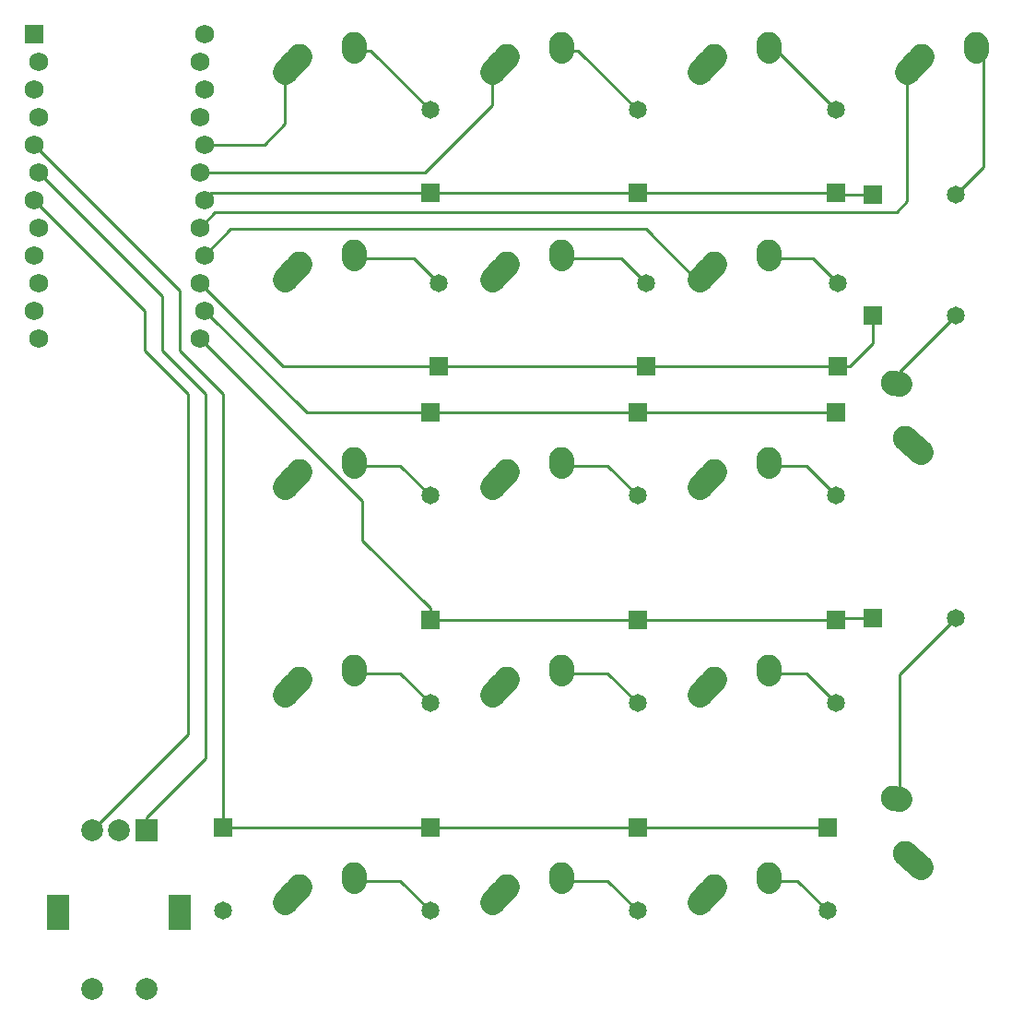
<source format=gbl>
G04 #@! TF.GenerationSoftware,KiCad,Pcbnew,(5.1.4)-1*
G04 #@! TF.CreationDate,2020-11-23T22:31:48-05:00*
G04 #@! TF.ProjectId,Knomberpad,4b6e6f6d-6265-4727-9061-642e6b696361,rev?*
G04 #@! TF.SameCoordinates,Original*
G04 #@! TF.FileFunction,Copper,L2,Bot*
G04 #@! TF.FilePolarity,Positive*
%FSLAX46Y46*%
G04 Gerber Fmt 4.6, Leading zero omitted, Abs format (unit mm)*
G04 Created by KiCad (PCBNEW (5.1.4)-1) date 2020-11-23 22:31:48*
%MOMM*%
%LPD*%
G04 APERTURE LIST*
%ADD10C,1.651000*%
%ADD11R,1.651000X1.651000*%
%ADD12C,2.250000*%
%ADD13C,2.250000*%
%ADD14C,1.752600*%
%ADD15R,1.752600X1.752600*%
%ADD16C,2.000000*%
%ADD17R,2.000000X3.200000*%
%ADD18R,2.000000X2.000000*%
%ADD19C,0.250000*%
G04 APERTURE END LIST*
D10*
X59531250Y-122872500D03*
D11*
X59531250Y-115252500D03*
X115093750Y-115252500D03*
D10*
X115093750Y-122872500D03*
D11*
X97631250Y-115252500D03*
D10*
X97631250Y-122872500D03*
D11*
X78581250Y-115252500D03*
D10*
X78581250Y-122872500D03*
D11*
X119221250Y-96043750D03*
D10*
X126841250Y-96043750D03*
D11*
X115887500Y-96202500D03*
D10*
X115887500Y-103822500D03*
D11*
X97631250Y-96202500D03*
D10*
X97631250Y-103822500D03*
D11*
X78581250Y-96202500D03*
D10*
X78581250Y-103822500D03*
D11*
X119221250Y-68262500D03*
D10*
X126841250Y-68262500D03*
D11*
X115887500Y-77152500D03*
D10*
X115887500Y-84772500D03*
D11*
X97631250Y-77152500D03*
D10*
X97631250Y-84772500D03*
D11*
X78581250Y-77152500D03*
D10*
X78581250Y-84772500D03*
D11*
X116046250Y-72866250D03*
D10*
X116046250Y-65246250D03*
D11*
X98425000Y-72866250D03*
D10*
X98425000Y-65246250D03*
D11*
X79375000Y-72866250D03*
D10*
X79375000Y-65246250D03*
D11*
X119221250Y-57150000D03*
D10*
X126841250Y-57150000D03*
D11*
X115887500Y-56991250D03*
D10*
X115887500Y-49371250D03*
D11*
X97631250Y-56991250D03*
D10*
X97631250Y-49371250D03*
D11*
X78581250Y-56991250D03*
D10*
X78581250Y-49371250D03*
D12*
X121416250Y-112573750D03*
D13*
X121706250Y-112593750D02*
X121126250Y-112553750D01*
D12*
X121126250Y-112553750D03*
X122936250Y-118248749D03*
D13*
X123666250Y-118903750D02*
X122206250Y-117593748D01*
D12*
X122206250Y-117593750D03*
X121416250Y-74473750D03*
D13*
X121706250Y-74493750D02*
X121126250Y-74453750D01*
D12*
X121126250Y-74453750D03*
X122936250Y-80148749D03*
D13*
X123666250Y-80803750D02*
X122206250Y-79493748D01*
D12*
X122206250Y-79493750D03*
D14*
X57854850Y-42386250D03*
X42614850Y-70326250D03*
X57397650Y-44926250D03*
X57854850Y-47466250D03*
X57397650Y-50006250D03*
X57854850Y-52546250D03*
X57397650Y-55086250D03*
X57854850Y-57626250D03*
X57397650Y-60166250D03*
X57854850Y-62706250D03*
X57397650Y-65246250D03*
X57854850Y-67786250D03*
X57397650Y-70326250D03*
X42157650Y-67786250D03*
X42614850Y-65246250D03*
X42157650Y-62706250D03*
X42614850Y-60166250D03*
X42157650Y-57626250D03*
X42614850Y-55086250D03*
X42157650Y-52546250D03*
X42614850Y-50006250D03*
X42157650Y-47466250D03*
X42614850Y-44926250D03*
D15*
X42157650Y-42386250D03*
D16*
X47506250Y-130031250D03*
X52506250Y-130031250D03*
D17*
X44406250Y-123031250D03*
X55606250Y-123031250D03*
D16*
X47506250Y-115531250D03*
X50006250Y-115531250D03*
D18*
X52506250Y-115531250D03*
D12*
X109676250Y-119828750D03*
D13*
X109656250Y-120118750D02*
X109696250Y-119538750D01*
D12*
X109696250Y-119538750D03*
X104001251Y-121348750D03*
D13*
X103346250Y-122078750D02*
X104656252Y-120618750D01*
D12*
X104656250Y-120618750D03*
X90626250Y-119828750D03*
D13*
X90606250Y-120118750D02*
X90646250Y-119538750D01*
D12*
X90646250Y-119538750D03*
X84951251Y-121348750D03*
D13*
X84296250Y-122078750D02*
X85606252Y-120618750D01*
D12*
X85606250Y-120618750D03*
X71576250Y-119828750D03*
D13*
X71556250Y-120118750D02*
X71596250Y-119538750D01*
D12*
X71596250Y-119538750D03*
X65901251Y-121348750D03*
D13*
X65246250Y-122078750D02*
X66556252Y-120618750D01*
D12*
X66556250Y-120618750D03*
X109676250Y-100778750D03*
D13*
X109656250Y-101068750D02*
X109696250Y-100488750D01*
D12*
X109696250Y-100488750D03*
X104001251Y-102298750D03*
D13*
X103346250Y-103028750D02*
X104656252Y-101568750D01*
D12*
X104656250Y-101568750D03*
X90626250Y-100778750D03*
D13*
X90606250Y-101068750D02*
X90646250Y-100488750D01*
D12*
X90646250Y-100488750D03*
X84951251Y-102298750D03*
D13*
X84296250Y-103028750D02*
X85606252Y-101568750D01*
D12*
X85606250Y-101568750D03*
X71576250Y-100778750D03*
D13*
X71556250Y-101068750D02*
X71596250Y-100488750D01*
D12*
X71596250Y-100488750D03*
X65901251Y-102298750D03*
D13*
X65246250Y-103028750D02*
X66556252Y-101568750D01*
D12*
X66556250Y-101568750D03*
X109676250Y-81728750D03*
D13*
X109656250Y-82018750D02*
X109696250Y-81438750D01*
D12*
X109696250Y-81438750D03*
X104001251Y-83248750D03*
D13*
X103346250Y-83978750D02*
X104656252Y-82518750D01*
D12*
X104656250Y-82518750D03*
X90626250Y-81728750D03*
D13*
X90606250Y-82018750D02*
X90646250Y-81438750D01*
D12*
X90646250Y-81438750D03*
X84951251Y-83248750D03*
D13*
X84296250Y-83978750D02*
X85606252Y-82518750D01*
D12*
X85606250Y-82518750D03*
X71576250Y-81728750D03*
D13*
X71556250Y-82018750D02*
X71596250Y-81438750D01*
D12*
X71596250Y-81438750D03*
X65901251Y-83248750D03*
D13*
X65246250Y-83978750D02*
X66556252Y-82518750D01*
D12*
X66556250Y-82518750D03*
X109676250Y-62678750D03*
D13*
X109656250Y-62968750D02*
X109696250Y-62388750D01*
D12*
X109696250Y-62388750D03*
X104001251Y-64198750D03*
D13*
X103346250Y-64928750D02*
X104656252Y-63468750D01*
D12*
X104656250Y-63468750D03*
X90626250Y-62678750D03*
D13*
X90606250Y-62968750D02*
X90646250Y-62388750D01*
D12*
X90646250Y-62388750D03*
X84951251Y-64198750D03*
D13*
X84296250Y-64928750D02*
X85606252Y-63468750D01*
D12*
X85606250Y-63468750D03*
X71576250Y-62678750D03*
D13*
X71556250Y-62968750D02*
X71596250Y-62388750D01*
D12*
X71596250Y-62388750D03*
X65901251Y-64198750D03*
D13*
X65246250Y-64928750D02*
X66556252Y-63468750D01*
D12*
X66556250Y-63468750D03*
X128726250Y-43628750D03*
D13*
X128706250Y-43918750D02*
X128746250Y-43338750D01*
D12*
X128746250Y-43338750D03*
X123051251Y-45148750D03*
D13*
X122396250Y-45878750D02*
X123706252Y-44418750D01*
D12*
X123706250Y-44418750D03*
X109676250Y-43628750D03*
D13*
X109656250Y-43918750D02*
X109696250Y-43338750D01*
D12*
X109696250Y-43338750D03*
X104001251Y-45148750D03*
D13*
X103346250Y-45878750D02*
X104656252Y-44418750D01*
D12*
X104656250Y-44418750D03*
X90626250Y-43628750D03*
D13*
X90606250Y-43918750D02*
X90646250Y-43338750D01*
D12*
X90646250Y-43338750D03*
X84951251Y-45148750D03*
D13*
X84296250Y-45878750D02*
X85606252Y-44418750D01*
D12*
X85606250Y-44418750D03*
X71576250Y-43628750D03*
D13*
X71556250Y-43918750D02*
X71596250Y-43338750D01*
D12*
X71596250Y-43338750D03*
X65901251Y-45148750D03*
D13*
X65246250Y-45878750D02*
X66556252Y-44418750D01*
D12*
X66556250Y-44418750D03*
D19*
X71556250Y-43918750D02*
X72246250Y-44608750D01*
X73128750Y-43918750D02*
X78581250Y-49371250D01*
X71556250Y-43918750D02*
X73128750Y-43918750D01*
X58489850Y-56991250D02*
X57854850Y-57626250D01*
X78581250Y-56991250D02*
X58489850Y-56991250D01*
X97631250Y-56991250D02*
X78581250Y-56991250D01*
X115887500Y-56991250D02*
X97631250Y-56991250D01*
X116046250Y-57150000D02*
X115887500Y-56991250D01*
X119221250Y-57150000D02*
X116046250Y-57150000D01*
X90606250Y-43918750D02*
X91296250Y-44608750D01*
X92178750Y-43918750D02*
X97631250Y-49371250D01*
X90606250Y-43918750D02*
X92178750Y-43918750D01*
X109656250Y-43918750D02*
X110346250Y-44608750D01*
X110435000Y-43918750D02*
X115887500Y-49371250D01*
X109656250Y-43918750D02*
X110435000Y-43918750D01*
X128706250Y-43918750D02*
X129222500Y-44435000D01*
X129381250Y-54610000D02*
X126841250Y-57150000D01*
X128706250Y-43918750D02*
X129381250Y-44593750D01*
X129381250Y-44593750D02*
X129381250Y-54610000D01*
X77097500Y-62968750D02*
X79375000Y-65246250D01*
X71556250Y-62968750D02*
X77097500Y-62968750D01*
X117121750Y-72866250D02*
X116046250Y-72866250D01*
X119221250Y-70766750D02*
X117121750Y-72866250D01*
X119221250Y-68262500D02*
X119221250Y-70766750D01*
X116046250Y-72866250D02*
X98425000Y-72866250D01*
X98425000Y-72866250D02*
X79375000Y-72866250D01*
X65017650Y-72866250D02*
X57397650Y-65246250D01*
X79375000Y-72866250D02*
X65017650Y-72866250D01*
X96147500Y-62968750D02*
X98425000Y-65246250D01*
X90606250Y-62968750D02*
X96147500Y-62968750D01*
X113768750Y-62968750D02*
X116046250Y-65246250D01*
X109656250Y-62968750D02*
X113768750Y-62968750D01*
X121706250Y-73397500D02*
X126841250Y-68262500D01*
X121706250Y-74493750D02*
X121706250Y-73397500D01*
X115887500Y-77152500D02*
X97631250Y-77152500D01*
X97631250Y-77152500D02*
X78581250Y-77152500D01*
X67221100Y-77152500D02*
X57854850Y-67786250D01*
X78581250Y-77152500D02*
X67221100Y-77152500D01*
X75827500Y-82018750D02*
X78581250Y-84772500D01*
X71556250Y-82018750D02*
X75827500Y-82018750D01*
X94877500Y-82018750D02*
X97631250Y-84772500D01*
X90606250Y-82018750D02*
X94877500Y-82018750D01*
X113133750Y-82018750D02*
X115887500Y-84772500D01*
X109656250Y-82018750D02*
X113133750Y-82018750D01*
X75827500Y-101068750D02*
X78581250Y-103822500D01*
X71556250Y-101068750D02*
X75827500Y-101068750D01*
X116046250Y-96043750D02*
X115887500Y-96202500D01*
X119221250Y-96043750D02*
X116046250Y-96043750D01*
X115887500Y-96202500D02*
X97631250Y-96202500D01*
X97631250Y-96202500D02*
X78581250Y-96202500D01*
X72354250Y-85282850D02*
X57397650Y-70326250D01*
X72354250Y-88900000D02*
X72354250Y-85282850D01*
X78581250Y-96202500D02*
X78581250Y-95127000D01*
X78581250Y-95127000D02*
X72354250Y-88900000D01*
X94877500Y-101068750D02*
X97631250Y-103822500D01*
X90606250Y-101068750D02*
X94877500Y-101068750D01*
X113133750Y-101068750D02*
X115887500Y-103822500D01*
X109656250Y-101068750D02*
X113133750Y-101068750D01*
X121706250Y-101178750D02*
X126841250Y-96043750D01*
X121706250Y-112593750D02*
X121706250Y-101178750D01*
X115093750Y-115252500D02*
X97631250Y-115252500D01*
X97631250Y-115252500D02*
X78581250Y-115252500D01*
X78581250Y-115252500D02*
X59531250Y-115252500D01*
X59531250Y-75406250D02*
X55562500Y-71437500D01*
X59531250Y-115252500D02*
X59531250Y-75406250D01*
X55562500Y-71437500D02*
X55562500Y-65951100D01*
X55562500Y-65951100D02*
X42157650Y-52546250D01*
X75827500Y-120118750D02*
X78581250Y-122872500D01*
X71556250Y-120118750D02*
X75827500Y-120118750D01*
X94877500Y-120118750D02*
X97631250Y-122872500D01*
X90606250Y-120118750D02*
X94877500Y-120118750D01*
X112340000Y-120118750D02*
X115093750Y-122872500D01*
X109656250Y-120118750D02*
X112340000Y-120118750D01*
X63341250Y-52546250D02*
X57854850Y-52546250D01*
X65246250Y-45878750D02*
X65246250Y-50641250D01*
X65246250Y-50641250D02*
X63341250Y-52546250D01*
X78134752Y-55086250D02*
X57397650Y-55086250D01*
X84296250Y-48924752D02*
X78134752Y-55086250D01*
X84296250Y-45878750D02*
X84296250Y-48924752D01*
X103346250Y-64928750D02*
X103028750Y-64928750D01*
X103028750Y-64928750D02*
X98425000Y-60325000D01*
X60236100Y-60325000D02*
X57854850Y-62706250D01*
X98425000Y-60325000D02*
X60236100Y-60325000D01*
X58826400Y-58737500D02*
X57397650Y-60166250D01*
X121443750Y-58737500D02*
X58826400Y-58737500D01*
X122396250Y-45878750D02*
X122396250Y-57785000D01*
X122396250Y-57785000D02*
X121443750Y-58737500D01*
X52506250Y-114281250D02*
X57943750Y-108843750D01*
X52506250Y-115531250D02*
X52506250Y-114281250D01*
X57943750Y-108843750D02*
X57943750Y-75406250D01*
X57943750Y-75406250D02*
X53975000Y-71437500D01*
X53975000Y-71437500D02*
X53975000Y-66446400D01*
X53975000Y-66446400D02*
X42614850Y-55086250D01*
X52387500Y-67856100D02*
X52387500Y-71437500D01*
X42157650Y-57626250D02*
X52387500Y-67856100D01*
X52387500Y-71437500D02*
X56356250Y-75406250D01*
X56356250Y-75406250D02*
X56356250Y-106681250D01*
X56356250Y-106681250D02*
X47506250Y-115531250D01*
X59531250Y-123006250D02*
X59531250Y-122872500D01*
M02*

</source>
